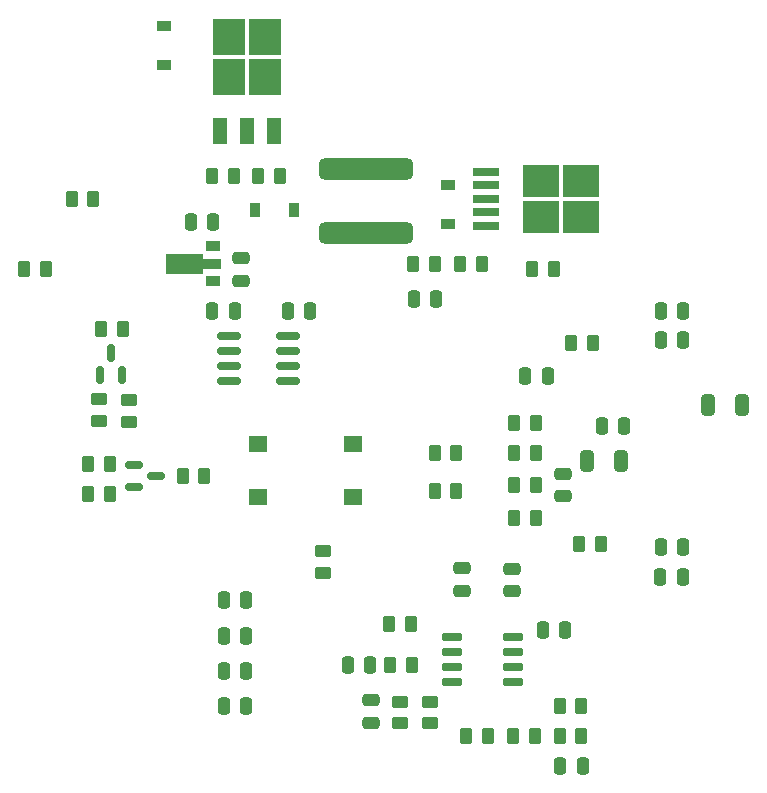
<source format=gbr>
%TF.GenerationSoftware,KiCad,Pcbnew,(6.0.0)*%
%TF.CreationDate,2022-12-17T21:28:13-05:00*%
%TF.ProjectId,TPA3255PBTL,54504133-3235-4355-9042-544c2e6b6963,rev?*%
%TF.SameCoordinates,Original*%
%TF.FileFunction,Paste,Top*%
%TF.FilePolarity,Positive*%
%FSLAX46Y46*%
G04 Gerber Fmt 4.6, Leading zero omitted, Abs format (unit mm)*
G04 Created by KiCad (PCBNEW (6.0.0)) date 2022-12-17 21:28:13*
%MOMM*%
%LPD*%
G01*
G04 APERTURE LIST*
G04 Aperture macros list*
%AMRoundRect*
0 Rectangle with rounded corners*
0 $1 Rounding radius*
0 $2 $3 $4 $5 $6 $7 $8 $9 X,Y pos of 4 corners*
0 Add a 4 corners polygon primitive as box body*
4,1,4,$2,$3,$4,$5,$6,$7,$8,$9,$2,$3,0*
0 Add four circle primitives for the rounded corners*
1,1,$1+$1,$2,$3*
1,1,$1+$1,$4,$5*
1,1,$1+$1,$6,$7*
1,1,$1+$1,$8,$9*
0 Add four rect primitives between the rounded corners*
20,1,$1+$1,$2,$3,$4,$5,0*
20,1,$1+$1,$4,$5,$6,$7,0*
20,1,$1+$1,$6,$7,$8,$9,0*
20,1,$1+$1,$8,$9,$2,$3,0*%
%AMFreePoly0*
4,1,9,3.862500,-0.866500,0.737500,-0.866500,0.737500,-0.450000,-0.737500,-0.450000,-0.737500,0.450000,0.737500,0.450000,0.737500,0.866500,3.862500,0.866500,3.862500,-0.866500,3.862500,-0.866500,$1*%
G04 Aperture macros list end*
%ADD10RoundRect,0.150000X-0.825000X-0.150000X0.825000X-0.150000X0.825000X0.150000X-0.825000X0.150000X0*%
%ADD11RoundRect,0.250000X-0.325000X-0.650000X0.325000X-0.650000X0.325000X0.650000X-0.325000X0.650000X0*%
%ADD12RoundRect,0.250000X0.450000X-0.262500X0.450000X0.262500X-0.450000X0.262500X-0.450000X-0.262500X0*%
%ADD13RoundRect,0.250000X-0.262500X-0.450000X0.262500X-0.450000X0.262500X0.450000X-0.262500X0.450000X0*%
%ADD14RoundRect,0.250000X-0.250000X-0.475000X0.250000X-0.475000X0.250000X0.475000X-0.250000X0.475000X0*%
%ADD15RoundRect,0.250000X0.475000X-0.250000X0.475000X0.250000X-0.475000X0.250000X-0.475000X-0.250000X0*%
%ADD16RoundRect,0.250000X-0.450000X0.262500X-0.450000X-0.262500X0.450000X-0.262500X0.450000X0.262500X0*%
%ADD17R,1.600000X1.400000*%
%ADD18RoundRect,0.250000X0.250000X0.475000X-0.250000X0.475000X-0.250000X-0.475000X0.250000X-0.475000X0*%
%ADD19RoundRect,0.250000X0.262500X0.450000X-0.262500X0.450000X-0.262500X-0.450000X0.262500X-0.450000X0*%
%ADD20R,1.200000X0.900000*%
%ADD21RoundRect,0.250000X-0.475000X0.250000X-0.475000X-0.250000X0.475000X-0.250000X0.475000X0.250000X0*%
%ADD22RoundRect,0.150000X-0.587500X-0.150000X0.587500X-0.150000X0.587500X0.150000X-0.587500X0.150000X0*%
%ADD23RoundRect,0.150000X-0.725000X-0.150000X0.725000X-0.150000X0.725000X0.150000X-0.725000X0.150000X0*%
%ADD24RoundRect,0.450000X-3.550000X-0.450000X3.550000X-0.450000X3.550000X0.450000X-3.550000X0.450000X0*%
%ADD25RoundRect,0.450000X3.550000X0.450000X-3.550000X0.450000X-3.550000X-0.450000X3.550000X-0.450000X0*%
%ADD26R,3.050000X2.750000*%
%ADD27R,2.200000X0.800000*%
%ADD28R,2.750000X3.050000*%
%ADD29R,1.200000X2.200000*%
%ADD30R,1.300000X0.900000*%
%ADD31FreePoly0,180.000000*%
%ADD32R,0.900000X1.200000*%
%ADD33RoundRect,0.150000X0.150000X-0.587500X0.150000X0.587500X-0.150000X0.587500X-0.150000X-0.587500X0*%
%ADD34RoundRect,0.250000X0.325000X0.650000X-0.325000X0.650000X-0.325000X-0.650000X0.325000X-0.650000X0*%
G04 APERTURE END LIST*
D10*
%TO.C,U3*%
X92525000Y-76595000D03*
X92525000Y-77865000D03*
X92525000Y-79135000D03*
X92525000Y-80405000D03*
X97475000Y-80405000D03*
X97475000Y-79135000D03*
X97475000Y-77865000D03*
X97475000Y-76595000D03*
%TD*%
D11*
%TO.C,C3*%
X133025000Y-82500000D03*
X135975000Y-82500000D03*
%TD*%
D12*
%TO.C,R8*%
X100500000Y-96672500D03*
X100500000Y-94847500D03*
%TD*%
D13*
%TO.C,R3*%
X79175000Y-65000000D03*
X81000000Y-65000000D03*
%TD*%
D14*
%TO.C,C18*%
X92050000Y-105000000D03*
X93950000Y-105000000D03*
%TD*%
D15*
%TO.C,C22*%
X116500000Y-98250000D03*
X116500000Y-96350000D03*
%TD*%
D13*
%TO.C,R30*%
X109925000Y-89750000D03*
X111750000Y-89750000D03*
%TD*%
D14*
%TO.C,C20*%
X102550000Y-104500000D03*
X104450000Y-104500000D03*
%TD*%
D13*
%TO.C,R19*%
X112087500Y-70500000D03*
X113912500Y-70500000D03*
%TD*%
D16*
%TO.C,R20*%
X107000000Y-107587500D03*
X107000000Y-109412500D03*
%TD*%
D12*
%TO.C,R23*%
X84000000Y-83912500D03*
X84000000Y-82087500D03*
%TD*%
D17*
%TO.C,SW1*%
X95000000Y-85750000D03*
X103000000Y-85750000D03*
X95000000Y-90250000D03*
X103000000Y-90250000D03*
%TD*%
D13*
%TO.C,R29*%
X109925000Y-86500000D03*
X111750000Y-86500000D03*
%TD*%
D18*
%TO.C,C33*%
X130925000Y-97000000D03*
X129025000Y-97000000D03*
%TD*%
D13*
%TO.C,R28*%
X88587500Y-88500000D03*
X90412500Y-88500000D03*
%TD*%
%TO.C,R14*%
X116675000Y-84000000D03*
X118500000Y-84000000D03*
%TD*%
D18*
%TO.C,C31*%
X93000000Y-74500000D03*
X91100000Y-74500000D03*
%TD*%
D13*
%TO.C,R12*%
X112587500Y-110500000D03*
X114412500Y-110500000D03*
%TD*%
D18*
%TO.C,C32*%
X130950000Y-94500000D03*
X129050000Y-94500000D03*
%TD*%
D15*
%TO.C,C12*%
X93500000Y-71950000D03*
X93500000Y-70050000D03*
%TD*%
D13*
%TO.C,R11*%
X120500000Y-110500000D03*
X122325000Y-110500000D03*
%TD*%
D14*
%TO.C,C23*%
X108137500Y-73500000D03*
X110037500Y-73500000D03*
%TD*%
D13*
%TO.C,R21*%
X106175000Y-104500000D03*
X108000000Y-104500000D03*
%TD*%
D14*
%TO.C,C29*%
X97500000Y-74500000D03*
X99400000Y-74500000D03*
%TD*%
D12*
%TO.C,R9*%
X109500000Y-109412500D03*
X109500000Y-107587500D03*
%TD*%
%TO.C,R24*%
X81500000Y-83825000D03*
X81500000Y-82000000D03*
%TD*%
D19*
%TO.C,R5*%
X77000000Y-71000000D03*
X75175000Y-71000000D03*
%TD*%
D13*
%TO.C,R6*%
X121500000Y-77250000D03*
X123325000Y-77250000D03*
%TD*%
D14*
%TO.C,C15*%
X119050000Y-101500000D03*
X120950000Y-101500000D03*
%TD*%
D18*
%TO.C,C13*%
X119475000Y-80000000D03*
X117575000Y-80000000D03*
%TD*%
D15*
%TO.C,C21*%
X112250000Y-98200000D03*
X112250000Y-96300000D03*
%TD*%
D13*
%TO.C,R7*%
X122175000Y-94250000D03*
X124000000Y-94250000D03*
%TD*%
D18*
%TO.C,C10*%
X91150000Y-67000000D03*
X89250000Y-67000000D03*
%TD*%
%TO.C,C34*%
X130950000Y-77000000D03*
X129050000Y-77000000D03*
%TD*%
D13*
%TO.C,R25*%
X81675000Y-76000000D03*
X83500000Y-76000000D03*
%TD*%
D20*
%TO.C,D1*%
X87000000Y-50350000D03*
X87000000Y-53650000D03*
%TD*%
D14*
%TO.C,C41*%
X124075000Y-84250000D03*
X125975000Y-84250000D03*
%TD*%
D21*
%TO.C,C40*%
X120750000Y-88300000D03*
X120750000Y-90200000D03*
%TD*%
D18*
%TO.C,C35*%
X130950000Y-74500000D03*
X129050000Y-74500000D03*
%TD*%
D13*
%TO.C,R22*%
X106087500Y-101000000D03*
X107912500Y-101000000D03*
%TD*%
%TO.C,R15*%
X116675000Y-92000000D03*
X118500000Y-92000000D03*
%TD*%
D22*
%TO.C,Q3*%
X84475000Y-87550000D03*
X84475000Y-89450000D03*
X86350000Y-88500000D03*
%TD*%
D13*
%TO.C,R17*%
X118175000Y-71000000D03*
X120000000Y-71000000D03*
%TD*%
D23*
%TO.C,U4*%
X111425000Y-102095000D03*
X111425000Y-103365000D03*
X111425000Y-104635000D03*
X111425000Y-105905000D03*
X116575000Y-105905000D03*
X116575000Y-104635000D03*
X116575000Y-103365000D03*
X116575000Y-102095000D03*
%TD*%
D13*
%TO.C,R16*%
X116675000Y-89250000D03*
X118500000Y-89250000D03*
%TD*%
D20*
%TO.C,D4*%
X111087500Y-63850000D03*
X111087500Y-67150000D03*
%TD*%
D14*
%TO.C,C16*%
X92050000Y-99000000D03*
X93950000Y-99000000D03*
%TD*%
D18*
%TO.C,C27*%
X122450000Y-113000000D03*
X120550000Y-113000000D03*
%TD*%
D24*
%TO.C,L1*%
X104087500Y-62500000D03*
D25*
X104087500Y-67900000D03*
%TD*%
D19*
%TO.C,R2*%
X92912500Y-63100000D03*
X91087500Y-63100000D03*
%TD*%
D15*
%TO.C,C26*%
X104500000Y-109362500D03*
X104500000Y-107462500D03*
%TD*%
D13*
%TO.C,R4*%
X116675000Y-86500000D03*
X118500000Y-86500000D03*
%TD*%
%TO.C,R10*%
X120500000Y-108000000D03*
X122325000Y-108000000D03*
%TD*%
D19*
%TO.C,R1*%
X96825000Y-63100000D03*
X95000000Y-63100000D03*
%TD*%
D26*
%TO.C,U5*%
X122275000Y-63475000D03*
X122275000Y-66525000D03*
X118925000Y-63475000D03*
X118925000Y-66525000D03*
D27*
X114300000Y-62720000D03*
X114300000Y-63860000D03*
X114300000Y-65000000D03*
X114300000Y-66140000D03*
X114300000Y-67280000D03*
%TD*%
D28*
%TO.C,Q1*%
X95525000Y-54675000D03*
X92475000Y-51325000D03*
X95525000Y-51325000D03*
X92475000Y-54675000D03*
D29*
X91720000Y-59300000D03*
X94000000Y-59300000D03*
X96280000Y-59300000D03*
%TD*%
D13*
%TO.C,R18*%
X108087500Y-70500000D03*
X109912500Y-70500000D03*
%TD*%
D14*
%TO.C,C19*%
X92050000Y-108000000D03*
X93950000Y-108000000D03*
%TD*%
D13*
%TO.C,R26*%
X80587500Y-87500000D03*
X82412500Y-87500000D03*
%TD*%
D30*
%TO.C,U2*%
X91150000Y-72000000D03*
D31*
X91062500Y-70500000D03*
D30*
X91150000Y-69000000D03*
%TD*%
D32*
%TO.C,D2*%
X98000000Y-66000000D03*
X94700000Y-66000000D03*
%TD*%
D13*
%TO.C,R27*%
X80587500Y-90000000D03*
X82412500Y-90000000D03*
%TD*%
%TO.C,R13*%
X116587500Y-110500000D03*
X118412500Y-110500000D03*
%TD*%
D33*
%TO.C,Q2*%
X81550000Y-79937500D03*
X83450000Y-79937500D03*
X82500000Y-78062500D03*
%TD*%
D34*
%TO.C,C8*%
X125725000Y-87250000D03*
X122775000Y-87250000D03*
%TD*%
D14*
%TO.C,C17*%
X92050000Y-102000000D03*
X93950000Y-102000000D03*
%TD*%
M02*

</source>
